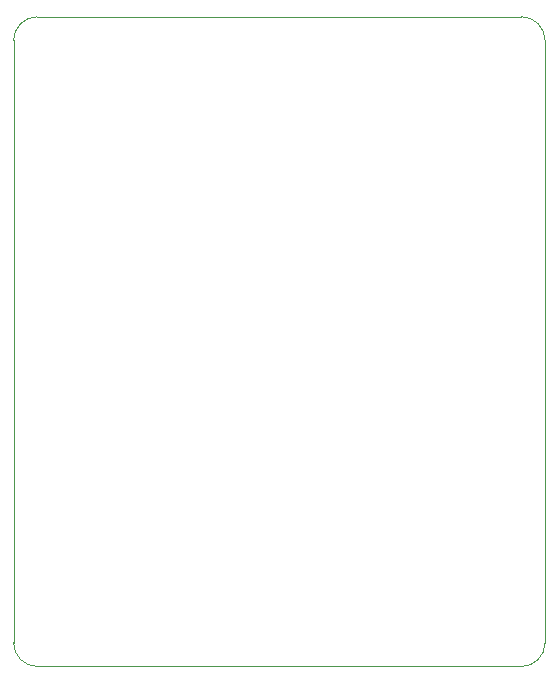
<source format=gbr>
%TF.GenerationSoftware,KiCad,Pcbnew,8.0.4*%
%TF.CreationDate,2024-10-02T02:15:58-03:00*%
%TF.ProjectId,DongleALIVEv2.0,446f6e67-6c65-4414-9c49-564576322e30,2.0*%
%TF.SameCoordinates,Original*%
%TF.FileFunction,Profile,NP*%
%FSLAX46Y46*%
G04 Gerber Fmt 4.6, Leading zero omitted, Abs format (unit mm)*
G04 Created by KiCad (PCBNEW 8.0.4) date 2024-10-02 02:15:58*
%MOMM*%
%LPD*%
G01*
G04 APERTURE LIST*
%TA.AperFunction,Profile*%
%ADD10C,0.050000*%
%TD*%
G04 APERTURE END LIST*
D10*
X158092890Y-70588886D02*
G75*
G02*
X160093914Y-72589941I-190J-2001214D01*
G01*
X160095000Y-123593945D02*
G75*
G02*
X158093945Y-125595000I-2001100J45D01*
G01*
X160093945Y-72589941D02*
X160093945Y-123593945D01*
X117095000Y-125595000D02*
G75*
G02*
X115093900Y-123593945I0J2001100D01*
G01*
X117095000Y-70588903D02*
X158092890Y-70588903D01*
X115093945Y-72589958D02*
G75*
G02*
X117095000Y-70588945I2001055J-42D01*
G01*
X115093945Y-123593945D02*
X115093945Y-72589958D01*
X158093945Y-125595000D02*
X117095000Y-125595000D01*
M02*

</source>
